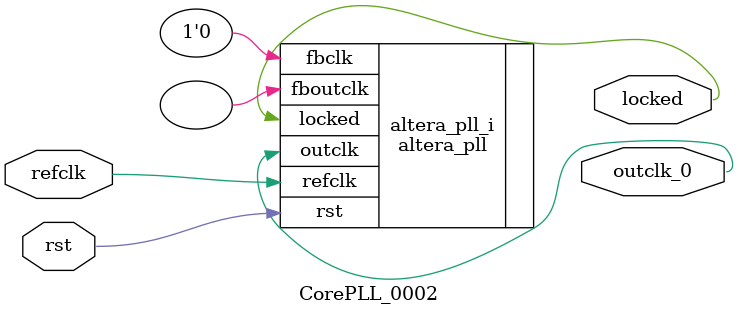
<source format=v>
`timescale 1ns/10ps
module  CorePLL_0002(

	// interface 'refclk'
	input wire refclk,

	// interface 'reset'
	input wire rst,

	// interface 'outclk0'
	output wire outclk_0,

	// interface 'locked'
	output wire locked
);

	altera_pll #(
		.fractional_vco_multiplier("false"),
		.reference_clock_frequency("125.0 MHz"),
		.operation_mode("direct"),
		.number_of_clocks(1),
		.output_clock_frequency0("40.000000 MHz"),
		.phase_shift0("0 ps"),
		.duty_cycle0(50),
		.output_clock_frequency1("0 MHz"),
		.phase_shift1("0 ps"),
		.duty_cycle1(50),
		.output_clock_frequency2("0 MHz"),
		.phase_shift2("0 ps"),
		.duty_cycle2(50),
		.output_clock_frequency3("0 MHz"),
		.phase_shift3("0 ps"),
		.duty_cycle3(50),
		.output_clock_frequency4("0 MHz"),
		.phase_shift4("0 ps"),
		.duty_cycle4(50),
		.output_clock_frequency5("0 MHz"),
		.phase_shift5("0 ps"),
		.duty_cycle5(50),
		.output_clock_frequency6("0 MHz"),
		.phase_shift6("0 ps"),
		.duty_cycle6(50),
		.output_clock_frequency7("0 MHz"),
		.phase_shift7("0 ps"),
		.duty_cycle7(50),
		.output_clock_frequency8("0 MHz"),
		.phase_shift8("0 ps"),
		.duty_cycle8(50),
		.output_clock_frequency9("0 MHz"),
		.phase_shift9("0 ps"),
		.duty_cycle9(50),
		.output_clock_frequency10("0 MHz"),
		.phase_shift10("0 ps"),
		.duty_cycle10(50),
		.output_clock_frequency11("0 MHz"),
		.phase_shift11("0 ps"),
		.duty_cycle11(50),
		.output_clock_frequency12("0 MHz"),
		.phase_shift12("0 ps"),
		.duty_cycle12(50),
		.output_clock_frequency13("0 MHz"),
		.phase_shift13("0 ps"),
		.duty_cycle13(50),
		.output_clock_frequency14("0 MHz"),
		.phase_shift14("0 ps"),
		.duty_cycle14(50),
		.output_clock_frequency15("0 MHz"),
		.phase_shift15("0 ps"),
		.duty_cycle15(50),
		.output_clock_frequency16("0 MHz"),
		.phase_shift16("0 ps"),
		.duty_cycle16(50),
		.output_clock_frequency17("0 MHz"),
		.phase_shift17("0 ps"),
		.duty_cycle17(50),
		.pll_type("General"),
		.pll_subtype("General")
	) altera_pll_i (
		.rst	(rst),
		.outclk	({outclk_0}),
		.locked	(locked),
		.fboutclk	( ),
		.fbclk	(1'b0),
		.refclk	(refclk)
	);
endmodule


</source>
